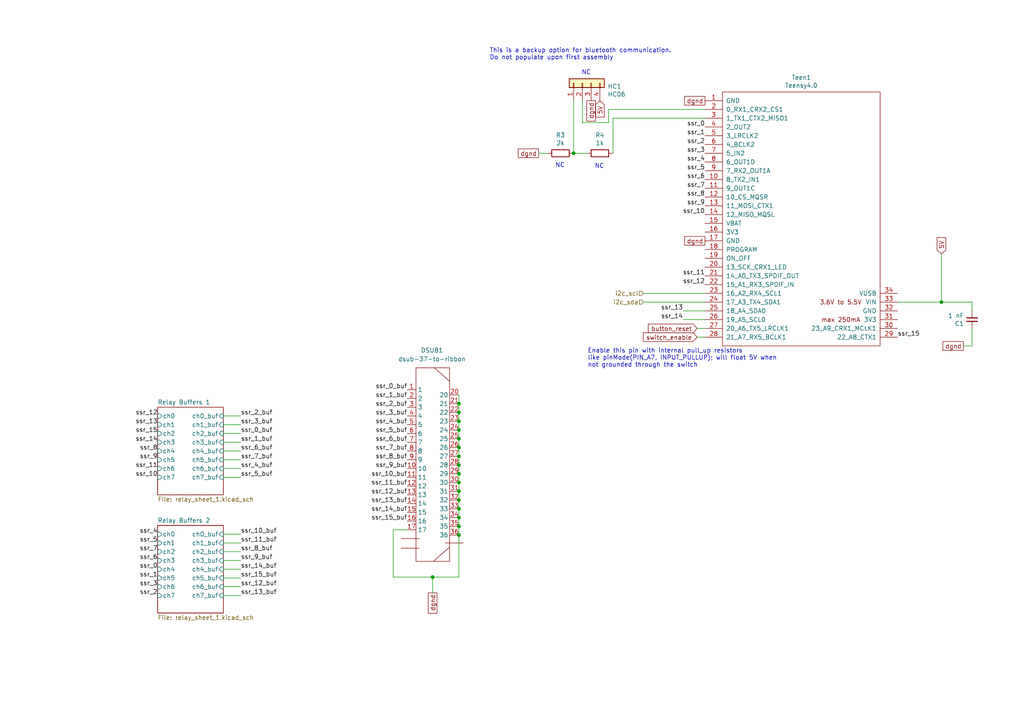
<source format=kicad_sch>
(kicad_sch (version 20211123) (generator eeschema)
  (paper "A4")
  (lib_symbols
    (symbol "Connector_Generic:Conn_01x04" (pin_names (offset 1.016) hide)
      (property "Reference" "J" (at 0 5.08 0))
      (property "Value" "Conn_01x04" (at 0 -7.62 0))
      (symbol "Conn_01x04_1_1"
        (rectangle (start -1.27 -4.953) (end 0 -5.207) (stroke (width 0.1524)))
        (rectangle (start -1.27 -2.413) (end 0 -2.667) (stroke (width 0.1524)))
        (rectangle (start -1.27 0.127) (end 0 -0.127) (stroke (width 0.1524)))
        (rectangle (start -1.27 2.667) (end 0 2.413) (stroke (width 0.1524)))
        (rectangle (start -1.27 3.81) (end 1.27 -6.35) (stroke (width 0.254)) (fill (type background)))
        (pin passive line (at -5.08 2.54 0) (length 3.81) (name "Pin_1") (number "1"))
        (pin passive line (at -5.08 0 0) (length 3.81) (name "Pin_2") (number "2"))
        (pin passive line (at -5.08 -2.54 0) (length 3.81) (name "Pin_3") (number "3"))
        (pin passive line (at -5.08 -5.08 0) (length 3.81) (name "Pin_4") (number "4"))
      )
    )
    (symbol "Device:C_Small" (pin_numbers hide) (pin_names (offset 0.254) hide)
      (property "Reference" "C" (at 0.254 1.778 0))
      (property "Value" "C_Small" (at 0.254 -2.032 0))
      (symbol "C_Small_0_1"
        (polyline (pts (xy -1.524 -0.508) (xy 1.524 -0.508)) (stroke (width 0.3302)))
        (polyline (pts (xy -1.524 0.508) (xy 1.524 0.508)) (stroke (width 0.3048)))
      )
      (symbol "C_Small_1_1"
        (pin passive line (at 0 2.54 270) (length 2.032) (name "~") (number "1"))
        (pin passive line (at 0 -2.54 90) (length 2.032) (name "~") (number "2"))
      )
    )
    (symbol "Device:R" (pin_numbers hide) (pin_names (offset 0))
      (property "Reference" "R" (at 2.032 0 90))
      (property "Value" "R" (at 0 0 90))
      (symbol "R_0_1"
        (rectangle (start -1.016 -2.54) (end 1.016 2.54) (stroke (width 0.254)))
      )
      (symbol "R_1_1"
        (pin passive line (at 0 3.81 270) (length 1.27) (name "~") (number "1"))
        (pin passive line (at 0 -3.81 90) (length 1.27) (name "~") (number "2"))
      )
    )
    (symbol "dsub-37:dsub-37-to-ribbon"
      (property "Reference" "DSUB" (at 17.526 -14.478 0))
      (property "Value" "dsub-37-to-ribbon" (at -19.431 -14.224 0))
      (symbol "dsub-37-to-ribbon_0_1"
        (rectangle (start -34.29 -9.2964) (end 21.844 -19.05))
        (polyline (pts (xy -34.29 -13.716) (xy -30.353 -9.271)))
        (polyline (pts (xy 15.24 -18.161) (xy 15.24 -23.368)))
        (polyline (pts (xy 16.51 -5.334) (xy 16.51 -10.541)))
        (polyline (pts (xy 17.78 -9.398) (xy 21.717 -13.843)))
        (polyline (pts (xy 18.034 -18.161) (xy 18.034 -23.368)))
      )
      (symbol "dsub-37-to-ribbon_1_1"
        (pin input line (at -27.94 -21.59 90) (length 2.54) (name "1") (number "1"))
        (pin input line (at -5.08 -21.59 90) (length 2.54) (name "10") (number "10"))
        (pin input line (at -2.54 -21.59 90) (length 2.54) (name "11") (number "11"))
        (pin input line (at 0 -21.59 90) (length 2.54) (name "12") (number "12"))
        (pin input line (at 2.54 -21.59 90) (length 2.54) (name "13") (number "13"))
        (pin input line (at 5.08 -21.59 90) (length 2.54) (name "14") (number "14"))
        (pin input line (at 7.62 -21.59 90) (length 2.54) (name "15") (number "15"))
        (pin input line (at 10.16 -21.59 90) (length 2.54) (name "16") (number "16"))
        (pin input line (at 12.7 -21.59 90) (length 2.54) (name "17") (number "17"))
        (pin input line (at -25.4 -21.59 90) (length 2.54) (name "2") (number "2"))
        (pin input line (at -26.416 -6.604 270) (length 2.54) (name "20") (number "20"))
        (pin input line (at -23.876 -6.604 270) (length 2.54) (name "21") (number "21"))
        (pin input line (at -21.336 -6.604 270) (length 2.54) (name "22") (number "22"))
        (pin input line (at -18.796 -6.604 270) (length 2.54) (name "23") (number "23"))
        (pin input line (at -16.256 -6.604 270) (length 2.54) (name "24") (number "24"))
        (pin input line (at -13.716 -6.604 270) (length 2.54) (name "25") (number "25"))
        (pin input line (at -11.176 -6.604 270) (length 2.54) (name "26") (number "26"))
        (pin input line (at -8.636 -6.604 270) (length 2.54) (name "27") (number "27"))
        (pin input line (at -6.096 -6.604 270) (length 2.54) (name "28") (number "28"))
        (pin input line (at -3.556 -6.604 270) (length 2.54) (name "29") (number "29"))
        (pin input line (at -22.86 -21.59 90) (length 2.54) (name "3") (number "3"))
        (pin input line (at -1.016 -6.604 270) (length 2.54) (name "30") (number "30"))
        (pin input line (at 1.524 -6.604 270) (length 2.54) (name "31") (number "31"))
        (pin input line (at 4.064 -6.604 270) (length 2.54) (name "32") (number "32"))
        (pin input line (at 6.604 -6.604 270) (length 2.54) (name "33") (number "33"))
        (pin input line (at 9.144 -6.604 270) (length 2.54) (name "34") (number "34"))
        (pin input line (at 11.684 -6.604 270) (length 2.54) (name "35") (number "35"))
        (pin input line (at 14.224 -6.604 270) (length 2.54) (name "36") (number "36"))
        (pin input line (at -20.32 -21.59 90) (length 2.54) (name "4") (number "4"))
        (pin input line (at -17.78 -21.59 90) (length 2.54) (name "5") (number "5"))
        (pin input line (at -15.24 -21.59 90) (length 2.54) (name "6") (number "6"))
        (pin input line (at -12.7 -21.59 90) (length 2.54) (name "7") (number "7"))
        (pin input line (at -10.16 -21.59 90) (length 2.54) (name "8") (number "8"))
        (pin input line (at -7.62 -21.59 90) (length 2.54) (name "9") (number "9"))
      )
    )
    (symbol "teensy:Teensy4.0" (pin_names (offset 1.016))
      (property "Reference" "U" (at 0 39.37 0))
      (property "Value" "Teensy4.0" (at 0 -39.37 0))
      (symbol "Teensy4.0_0_0"
        (text "3.6V to 5.5V" (at 11.43 -24.13 0) (effects (font (size 1.27 1.27))))
        (text "max 250mA" (at 11.43 -29.21 0) (effects (font (size 1.27 1.27))))
        (pin bidirectional line (at -27.94 11.43 0) (length 5.08) (name "8_TX2_IN1") (number "10"))
        (pin bidirectional line (at -27.94 8.89 0) (length 5.08) (name "9_OUT1C") (number "11"))
        (pin bidirectional line (at -27.94 6.35 0) (length 5.08) (name "10_CS_MQSR") (number "12"))
        (pin bidirectional line (at -27.94 3.81 0) (length 5.08) (name "11_MOSI_CTX1") (number "13"))
        (pin bidirectional line (at -27.94 1.27 0) (length 5.08) (name "12_MISO_MQSL") (number "14"))
        (pin power_in line (at -27.94 -1.27 0) (length 5.08) (name "VBAT") (number "15"))
        (pin power_in line (at -27.94 -3.81 0) (length 5.08) (name "3V3") (number "16"))
        (pin power_in line (at -27.94 -6.35 0) (length 5.08) (name "GND") (number "17"))
        (pin input line (at -27.94 -8.89 0) (length 5.08) (name "PROGRAM") (number "18"))
        (pin input line (at -27.94 -11.43 0) (length 5.08) (name "ON_OFF") (number "19"))
        (pin bidirectional line (at -27.94 -13.97 0) (length 5.08) (name "13_SCK_CRX1_LED") (number "20"))
        (pin bidirectional line (at -27.94 -16.51 0) (length 5.08) (name "14_A0_TX3_SPDIF_OUT") (number "21"))
        (pin bidirectional line (at -27.94 -19.05 0) (length 5.08) (name "15_A1_RX3_SPDIF_IN") (number "22"))
        (pin bidirectional line (at -27.94 -21.59 0) (length 5.08) (name "16_A2_RX4_SCL1") (number "23"))
        (pin bidirectional line (at -27.94 -24.13 0) (length 5.08) (name "17_A3_TX4_SDA1") (number "24"))
        (pin bidirectional line (at -27.94 -26.67 0) (length 5.08) (name "18_A4_SDA0") (number "25"))
        (pin bidirectional line (at -27.94 -29.21 0) (length 5.08) (name "19_A5_SCL0") (number "26"))
        (pin bidirectional line (at -27.94 -31.75 0) (length 5.08) (name "20_A6_TX5_LRCLK1") (number "27"))
        (pin bidirectional line (at -27.94 -34.29 0) (length 5.08) (name "21_A7_RX5_BCLK1") (number "28"))
        (pin bidirectional line (at 27.94 -34.29 180) (length 5.08) (name "22_A8_CTX1") (number "29"))
        (pin bidirectional line (at 27.94 -31.75 180) (length 5.08) (name "23_A9_CRX1_MCLK1") (number "30"))
        (pin power_out line (at 27.94 -29.21 180) (length 5.08) (name "3V3") (number "31"))
        (pin power_in line (at 27.94 -26.67 180) (length 5.08) (name "GND") (number "32"))
        (pin power_in line (at 27.94 -24.13 180) (length 5.08) (name "VIN") (number "33"))
        (pin power_out line (at 27.94 -21.59 180) (length 5.08) (name "VUSB") (number "34"))
        (pin bidirectional line (at -27.94 24.13 0) (length 5.08) (name "3_LRCLK2") (number "5"))
        (pin bidirectional line (at -27.94 21.59 0) (length 5.08) (name "4_BCLK2") (number "6"))
        (pin bidirectional line (at -27.94 19.05 0) (length 5.08) (name "5_IN2") (number "7"))
        (pin bidirectional line (at -27.94 16.51 0) (length 5.08) (name "6_OUT1D") (number "8"))
        (pin bidirectional line (at -27.94 13.97 0) (length 5.08) (name "7_RX2_OUT1A") (number "9"))
      )
      (symbol "Teensy4.0_0_1"
        (rectangle (start -22.86 36.83) (end 22.86 -36.83))
        (rectangle (start -20.32 -31.75) (end -20.32 -31.75))
      )
      (symbol "Teensy4.0_1_1"
        (pin power_in line (at -27.94 34.29 0) (length 5.08) (name "GND") (number "1"))
        (pin bidirectional line (at -27.94 31.75 0) (length 5.08) (name "0_RX1_CRX2_CS1") (number "2"))
        (pin bidirectional line (at -27.94 29.21 0) (length 5.08) (name "1_TX1_CTX2_MISO1") (number "3"))
        (pin bidirectional line (at -27.94 26.67 0) (length 5.08) (name "2_OUT2") (number "4"))
      )
    )
  )
  (junction (at 166.37 44.45))
  (junction (at 273.05 87.63))
  (junction (at 133.096 155.194))
  (junction (at 133.096 139.954))
  (junction (at 133.096 150.114))
  (junction (at 133.096 152.654))
  (junction (at 133.096 119.634))
  (junction (at 133.096 145.034))
  (junction (at 133.096 122.174))
  (junction (at 133.096 142.494))
  (junction (at 133.096 132.334))
  (junction (at 133.096 127.254))
  (junction (at 133.096 147.574))
  (junction (at 133.096 117.094))
  (junction (at 133.096 129.794))
  (junction (at 125.476 167.386))
  (junction (at 133.096 137.414))
  (junction (at 133.096 124.714))
  (junction (at 133.096 134.874))
  (wire (pts (xy 186.69 87.63) (xy 204.47 87.63)))
  (wire (pts (xy 64.77 170.18) (xy 69.85 170.18)))
  (wire (pts (xy 64.77 165.1) (xy 69.85 165.1)))
  (wire (pts (xy 64.77 138.43) (xy 69.85 138.43)))
  (wire (pts (xy 133.096 137.414) (xy 133.096 134.874)))
  (wire (pts (xy 133.096 129.794) (xy 133.096 127.254)))
  (wire (pts (xy 281.94 90.17) (xy 281.94 87.63)))
  (wire (pts (xy 64.77 125.73) (xy 69.85 125.73)))
  (wire (pts (xy 64.77 133.35) (xy 69.85 133.35)))
  (wire (pts (xy 133.096 119.634) (xy 133.096 117.094)))
  (wire (pts (xy 281.94 95.25) (xy 281.94 100.33)))
  (wire (pts (xy 64.77 130.81) (xy 69.85 130.81)))
  (wire (pts (xy 281.94 100.33) (xy 279.4 100.33)))
  (wire (pts (xy 118.11 153.67) (xy 114.046 153.67)))
  (wire (pts (xy 64.77 120.65) (xy 69.85 120.65)))
  (wire (pts (xy 64.77 154.94) (xy 69.85 154.94)))
  (wire (pts (xy 64.77 172.72) (xy 69.85 172.72)))
  (wire (pts (xy 198.12 90.17) (xy 204.47 90.17)))
  (wire (pts (xy 177.8 34.29) (xy 204.47 34.29)))
  (wire (pts (xy 168.91 29.21) (xy 168.91 35.56)))
  (wire (pts (xy 64.77 123.19) (xy 69.85 123.19)))
  (wire (pts (xy 64.77 128.27) (xy 69.85 128.27)))
  (wire (pts (xy 133.096 122.174) (xy 133.096 119.634)))
  (wire (pts (xy 177.8 44.45) (xy 177.8 34.29)))
  (wire (pts (xy 133.096 139.954) (xy 133.096 137.414)))
  (wire (pts (xy 133.096 167.386) (xy 133.096 155.194)))
  (wire (pts (xy 176.53 31.75) (xy 204.47 31.75)))
  (wire (pts (xy 133.096 127.254) (xy 133.096 124.714)))
  (wire (pts (xy 133.096 155.194) (xy 133.096 152.654)))
  (wire (pts (xy 133.096 142.494) (xy 133.096 139.954)))
  (wire (pts (xy 64.77 160.02) (xy 69.85 160.02)))
  (wire (pts (xy 125.476 167.386) (xy 133.096 167.386)))
  (wire (pts (xy 202.184 95.25) (xy 204.47 95.25)))
  (wire (pts (xy 133.096 150.114) (xy 133.096 147.574)))
  (wire (pts (xy 133.096 124.714) (xy 133.096 122.174)))
  (wire (pts (xy 202.184 97.79) (xy 204.47 97.79)))
  (wire (pts (xy 186.69 85.09) (xy 204.47 85.09)))
  (wire (pts (xy 158.75 44.45) (xy 156.21 44.45)))
  (wire (pts (xy 198.12 92.71) (xy 204.47 92.71)))
  (wire (pts (xy 64.77 135.89) (xy 69.85 135.89)))
  (wire (pts (xy 133.096 152.654) (xy 133.096 150.114)))
  (wire (pts (xy 133.096 132.334) (xy 133.096 129.794)))
  (wire (pts (xy 281.94 87.63) (xy 273.05 87.63)))
  (wire (pts (xy 114.046 153.67) (xy 114.046 167.386)))
  (wire (pts (xy 168.91 35.56) (xy 176.53 35.56)))
  (wire (pts (xy 64.77 167.64) (xy 69.85 167.64)))
  (wire (pts (xy 260.35 87.63) (xy 273.05 87.63)))
  (wire (pts (xy 166.37 44.45) (xy 170.18 44.45)))
  (wire (pts (xy 133.096 145.034) (xy 133.096 142.494)))
  (wire (pts (xy 125.476 167.386) (xy 125.476 171.958)))
  (wire (pts (xy 273.05 73.66) (xy 273.05 87.63)))
  (wire (pts (xy 64.77 157.48) (xy 69.85 157.48)))
  (wire (pts (xy 166.37 29.21) (xy 166.37 44.45)))
  (wire (pts (xy 133.096 147.574) (xy 133.096 145.034)))
  (wire (pts (xy 64.77 162.56) (xy 69.85 162.56)))
  (wire (pts (xy 133.096 117.094) (xy 133.096 114.554)))
  (wire (pts (xy 114.046 167.386) (xy 125.476 167.386)))
  (wire (pts (xy 176.53 35.56) (xy 176.53 31.75)))
  (wire (pts (xy 133.096 134.874) (xy 133.096 132.334)))
  (text "NC" (at 172.466 49.022 0) (effects (font (size 1.27 1.27)) (justify left bottom)))
  (text "This is a backup option for bluetooth communication. \nDo not populate upon first assembly" (at 141.986 17.526 0) (effects (font (size 1.27 1.27)) (justify left bottom)))
  (text "Enable this pin with internal pull_up resistors\nlike pinMode(PIN_A7, INPUT_PULLUP); will float 5V when\nnot grounded through the switch" (at 170.434 106.68 0) (effects (font (size 1.27 1.27)) (justify left bottom)))
  (text "NC" (at 168.656 21.844 0) (effects (font (size 1.27 1.27)) (justify left bottom)))
  (text "NC" (at 161.036 48.768 0) (effects (font (size 1.27 1.27)) (justify left bottom)))
  (label "ssr_5_buf" (at 69.85 138.43 0))
  (label "ssr_14" (at 198.12 92.71 180))
  (label "ssr_4_buf" (at 118.11 123.19 180))
  (label "ssr_0_buf" (at 118.11 113.03 180))
  (label "ssr_5" (at 45.72 157.48 180))
  (label "ssr_3" (at 45.72 170.18 180))
  (label "ssr_13" (at 198.12 90.17 180))
  (label "ssr_4_buf" (at 69.85 135.89 0))
  (label "ssr_11" (at 45.72 135.89 180))
  (label "ssr_10_buf" (at 69.85 154.94 0))
  (label "ssr_1" (at 45.72 167.64 180))
  (label "ssr_6_buf" (at 69.85 130.81 0))
  (label "ssr_15_buf" (at 118.11 151.13 180))
  (label "ssr_15" (at 45.72 125.73 180))
  (label "ssr_5_buf" (at 118.11 125.73 180))
  (label "ssr_13_buf" (at 69.85 172.72 0))
  (label "ssr_14_buf" (at 69.85 165.1 0))
  (label "ssr_2" (at 45.72 172.72 180))
  (label "ssr_7_buf" (at 69.85 133.35 0))
  (label "ssr_7" (at 45.72 160.02 180))
  (label "ssr_6_buf" (at 118.11 128.27 180))
  (label "ssr_3_buf" (at 69.85 123.19 0))
  (label "ssr_1" (at 204.47 39.37 180))
  (label "ssr_11_buf" (at 118.11 140.97 180))
  (label "ssr_2_buf" (at 118.11 118.11 180))
  (label "ssr_6" (at 45.72 162.56 180))
  (label "ssr_8_buf" (at 69.85 160.02 0))
  (label "ssr_11" (at 204.47 80.01 180))
  (label "ssr_9_buf" (at 118.11 135.89 180))
  (label "ssr_8_buf" (at 118.11 133.35 180))
  (label "ssr_15_buf" (at 69.85 167.64 0))
  (label "ssr_0" (at 204.47 36.83 180))
  (label "ssr_9" (at 45.72 133.35 180))
  (label "ssr_0_buf" (at 69.85 125.73 0))
  (label "ssr_15" (at 260.35 97.79 0))
  (label "ssr_2_buf" (at 69.85 120.65 0))
  (label "ssr_9_buf" (at 69.85 162.56 0))
  (label "ssr_9" (at 204.47 59.69 180))
  (label "ssr_11_buf" (at 69.85 157.48 0))
  (label "ssr_13" (at 45.72 123.19 180))
  (label "ssr_10_buf" (at 118.11 138.43 180))
  (label "ssr_8" (at 204.47 57.15 180))
  (label "ssr_10" (at 204.47 62.23 180))
  (label "ssr_13_buf" (at 118.11 146.05 180))
  (label "ssr_12_buf" (at 118.11 143.51 180))
  (label "ssr_10" (at 45.72 138.43 180))
  (label "ssr_4" (at 45.72 154.94 180))
  (label "ssr_14_buf" (at 118.11 148.59 180))
  (label "ssr_7_buf" (at 118.11 130.81 180))
  (label "ssr_12_buf" (at 69.85 170.18 0))
  (label "ssr_5" (at 204.47 49.53 180))
  (label "ssr_7" (at 204.47 54.61 180))
  (label "ssr_1_buf" (at 69.85 128.27 0))
  (label "ssr_12" (at 45.72 120.65 180))
  (label "ssr_1_buf" (at 118.11 115.57 180))
  (label "ssr_12" (at 204.47 82.55 180))
  (label "ssr_4" (at 204.47 46.99 180))
  (label "ssr_14" (at 45.72 128.27 180))
  (label "ssr_0" (at 45.72 165.1 180))
  (label "ssr_3_buf" (at 118.11 120.65 180))
  (label "ssr_6" (at 204.47 52.07 180))
  (label "ssr_8" (at 45.72 130.81 180))
  (label "ssr_2" (at 204.47 41.91 180))
  (label "ssr_3" (at 204.47 44.45 180))
  (global_label "dgnd" (shape passive) (at 279.4 100.33 180) (property "Intersheet References" "${INTERSHEET_REFS}" (effects hide)))
  (global_label "dgnd" (shape passive) (at 171.45 29.21 270) (property "Intersheet References" "${INTERSHEET_REFS}" (effects hide)))
  (global_label "dgnd" (shape passive) (at 156.21 44.45 180) (property "Intersheet References" "${INTERSHEET_REFS}" (effects hide)))
  (global_label "5V" (shape input) (at 173.99 29.21 270) (property "Intersheet References" "${INTERSHEET_REFS}" (effects hide)))
  (global_label "dgnd" (shape passive) (at 125.476 171.958 270) (property "Intersheet References" "${INTERSHEET_REFS}" (effects hide)))
  (global_label "dgnd" (shape passive) (at 204.47 69.85 180) (property "Intersheet References" "${INTERSHEET_REFS}" (effects hide)))
  (global_label "dgnd" (shape passive) (at 204.47 29.21 180) (property "Intersheet References" "${INTERSHEET_REFS}" (effects hide)))
  (global_label "button_reset" (shape input) (at 202.184 95.25 180) (property "Intersheet References" "${INTERSHEET_REFS}" (effects hide)))
  (global_label "switch_enable" (shape input) (at 202.184 97.79 180) (property "Intersheet References" "${INTERSHEET_REFS}" (effects hide)))
  (global_label "5V" (shape input) (at 273.05 73.66 90) (property "Intersheet References" "${INTERSHEET_REFS}" (effects hide)))
  (hierarchical_label "i2c_scl" (shape input) (at 186.69 85.09 180))
  (hierarchical_label "i2c_sda" (shape input) (at 186.69 87.63 180))
  (symbol (lib_id "Device:R") (at 173.99 44.45 270) (unit 1)
    (property "Reference" "R4" (at 173.99 39.1922 90))
    (property "Value" "1k" (at 173.99 41.5036 90))
    (property "Footprint" "Resistor_THT:R_Axial_DIN0204_L3.6mm_D1.6mm_P7.62mm_Horizontal" (effects hide))
  )
  (symbol (lib_id "Device:C_Small") (at 281.94 92.71 180) (unit 1)
    (property "Reference" "C1" (at 279.6032 93.8784 0) (effects (justify left)))
    (property "Value" "1 nF" (at 279.6032 91.567 0) (effects (justify left)))
    (property "Footprint" "Capacitor_THT:C_Disc_D4.3mm_W1.9mm_P5.00mm" (effects hide))
  )
  (symbol (lib_id "Device:R") (at 162.56 44.45 270) (unit 1)
    (property "Reference" "R3" (at 162.56 39.1922 90))
    (property "Value" "2k" (at 162.56 41.5036 90))
    (property "Footprint" "Resistor_THT:R_Axial_DIN0204_L3.6mm_D1.6mm_P7.62mm_Horizontal" (effects hide))
  )
  (symbol (lib_id "teensy:Teensy4.0") (at 232.41 63.5 0) (unit 1)
    (property "Reference" "Teen1" (at 232.41 22.479 0))
    (property "Value" "Teensy4.0" (at 232.41 24.7904 0))
    (property "Footprint" "teensy:Teensy40" (effects hide))
  )
  (symbol (lib_id "dsub-37:dsub-37-to-ribbon") (at 139.7 140.97 270) (unit 1)
    (property "Reference" "DSUB1" (at 125.2855 101.6 90))
    (property "Value" "dsub-37-to-ribbon" (at 125.2855 104.14 90))
    (property "Footprint" "teensy:TYCO_5103309-7-fordsub37" (effects hide))
  )
  (symbol (lib_id "Connector_Generic:Conn_01x04") (at 168.91 24.13 90) (unit 1)
    (property "Reference" "HC1" (at 176.2252 25.0444 90) (effects (justify right)))
    (property "Value" "HC06" (at 176.2252 27.3558 90) (effects (justify right)))
    (property "Footprint" "Connector_PinHeader_2.54mm:PinHeader_1x04_P2.54mm_Vertical" (effects hide))
  )
  (sheet (at 45.72 118.11) (size 19.05 25.4)
    (property "Sheet name" "Relay Buffers 1" (at 45.72 117.3984 0) (effects (justify left bottom)))
    (property "Sheet file" "relay_sheet_1.kicad_sch" (at 45.72 144.0946 0) (effects (justify left top)))
    (pin "ch1" input (at 45.72 123.19 180))
    (pin "ch2" input (at 45.72 125.73 180))
    (pin "ch3" input (at 45.72 128.27 180))
    (pin "ch4" input (at 45.72 130.81 180))
    (pin "ch5" input (at 45.72 133.35 180))
    (pin "ch6" input (at 45.72 135.89 180))
    (pin "ch7" input (at 45.72 138.43 180))
    (pin "ch0" input (at 45.72 120.65 180))
    (pin "ch0_buf" input (at 64.77 120.65 0))
    (pin "ch3_buf" input (at 64.77 128.27 0))
    (pin "ch1_buf" input (at 64.77 123.19 0))
    (pin "ch2_buf" input (at 64.77 125.73 0))
    (pin "ch5_buf" input (at 64.77 133.35 0))
    (pin "ch4_buf" input (at 64.77 130.81 0))
    (pin "ch6_buf" input (at 64.77 135.89 0))
    (pin "ch7_buf" input (at 64.77 138.43 0))
  )
  (sheet (at 45.72 152.4) (size 19.05 25.4)
    (property "Sheet name" "Relay Buffers 2" (at 45.72 151.6884 0) (effects (justify left bottom)))
    (property "Sheet file" "relay_sheet_1.kicad_sch" (at 45.72 178.3846 0) (effects (justify left top)))
    (pin "ch1" input (at 45.72 157.48 180))
    (pin "ch2" input (at 45.72 160.02 180))
    (pin "ch3" input (at 45.72 162.56 180))
    (pin "ch4" input (at 45.72 165.1 180))
    (pin "ch5" input (at 45.72 167.64 180))
    (pin "ch6" input (at 45.72 170.18 180))
    (pin "ch7" input (at 45.72 172.72 180))
    (pin "ch0" input (at 45.72 154.94 180))
    (pin "ch0_buf" input (at 64.77 154.94 0))
    (pin "ch3_buf" input (at 64.77 162.56 0))
    (pin "ch1_buf" input (at 64.77 157.48 0))
    (pin "ch2_buf" input (at 64.77 160.02 0))
    (pin "ch5_buf" input (at 64.77 167.64 0))
    (pin "ch4_buf" input (at 64.77 165.1 0))
    (pin "ch6_buf" input (at 64.77 170.18 0))
    (pin "ch7_buf" input (at 64.77 172.72 0))
  )
)
</source>
